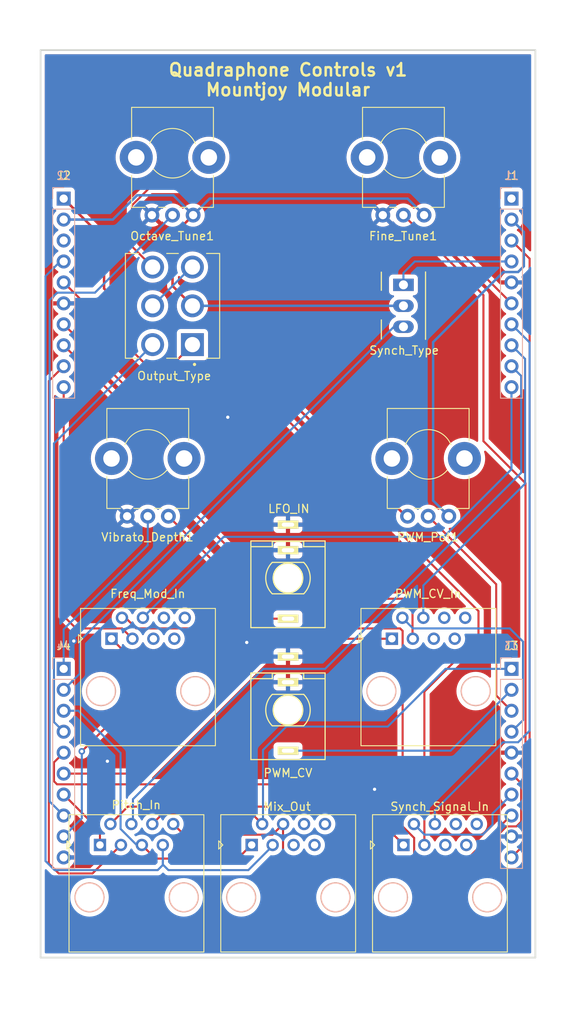
<source format=kicad_pcb>
(kicad_pcb (version 20211014) (generator pcbnew)
  (layers (0 "F.Cu" signal) (31 "B.Cu" signal) (34 "B.Paste" user) (35 "F.Paste" user) (36 "B.SilkS" user "B.Silkscreen") (37 "F.SilkS" user "F.Silkscreen") (38 "B.Mask" user) (39 "F.Mask" user) (44 "Edge.Cuts" user))
  (net 0 "")
  (net 1 "/PWM_CV4")
  (net 2 "/PWM_CV3")
  (net 3 "/PWM_CV2")
  (net 4 "/PWM_CV1")
  (net 5 "/MIX_OUT4")
  (net 6 "/MIX_OUT3")
  (net 7 "/MIX_OUT2")
  (net 8 "/MIX_OUT1")
  (net 9 "/SYNCH_SIGNAL4")
  (net 10 "/SYNCH_SIGNAL3")
  (net 11 "/SYNCH_SIGNAL2")
  (net 12 "/SYNCH_SIGNAL1")
  (net 13 "/FREQ_MOD4")
  (net 14 "/FREQ_MOD3")
  (net 15 "/FREQ_MOD2")
  (net 16 "/FREQ_MOD1")
  (net 17 "/V_PER_OCT4")
  (net 18 "/V_PER_OCT3")
  (net 19 "/V_PER_OCT2")
  (net 20 "/V_PER_OCT1")
  (net 21 "-5V")
  (net 22 "-12V")
  (net 23 "/HARD_SYNCH_SW")
  (net 24 "GND")
  (net 25 "/SAW_SW")
  (net 26 "+12V")
  (net 27 "+5V")
  (net 28 "+2V5")
  (net 29 "/PULSE_SW")
  (net 30 "/PWM_CV")
  (net 31 "/PWM_POT")
  (net 32 "/OCT_TUNE")
  (net 33 "/LIN_FREQ_IN")
  (net 34 "/SOFT_SYNCH_SW")
  (net 35 "/TRIANGLE_SW")
  (net 36 "/FINE_TUNE")
  (net 37 "/LFO_IN")
  (net 50 "Net-(SW2-Pad3)")
  (footprint "Custom_Footprints:RJ45_Molex_42878-8506" (layer "F.Cu") (at 97 121)
    (fp_text reference "J7" hide)
    (fp_text value "PWM_CV_In" (at 0 -10.1) (layer "F.SilkS"))
    (fp_line (start 8.2 -8.32) (end -8.15 -8.32) (layer "F.SilkS") (width 0.12))
    (fp_line (start -7.9 -4.65) (end -8.4 -5.15) (layer "F.SilkS") (width 0.12))
    (fp_line (start -8.4 -4.15) (end -7.9 -4.65) (layer "F.SilkS") (width 0.12))
    (fp_line (start 8.2 8.32) (end -8.15 8.32) (layer "F.SilkS") (width 0.12))
    (fp_line (start -8.15 -8.32) (end -8.15 8.32) (layer "F.SilkS") (width 0.12))
    (fp_line (start 8.2 -8.32) (end 8.2 8.32) (layer "F.SilkS") (width 0.12))
    (fp_line (start -8.4 -5.15) (end -8.4 -4.15) (layer "F.SilkS") (width 0.12))
    (pad "" np_thru_hole circle (at 5.76 1.7) (size 3.65 3.65) (drill 3.33) (layers F&B.Cu *.SilkS *.Mask))
    (pad "" np_thru_hole circle (at -5.67 1.7) (size 3.65 3.65) (drill 3.33) (layers F&B.Cu *.SilkS *.Mask))
    (pad "1" thru_hole rect (at -4.4 -4.65) (size 1.5 1.5) (drill 0.9) (layers *.Cu *.Mask) (net 1 "/PWM_CV4"))
    (pad "2" thru_hole circle (at -3.13 -7.19) (size 1.5 1.5) (drill 0.9) (layers *.Cu *.Mask) (net 2 "/PWM_CV3"))
    (pad "3" thru_hole circle (at -1.86 -4.65) (size 1.5 1.5) (drill 0.9) (layers *.Cu *.Mask) (net 3 "/PWM_CV2"))
    (pad "4" thru_hole circle (at -0.59 -7.19) (size 1.5 1.5) (drill 0.9) (layers *.Cu *.Mask) (net 4 "/PWM_CV1"))
    (pad "5" thru_hole circle (at 0.68 -4.65) (size 1.5 1.5) (drill 0.9) (layers *.Cu *.Mask))
    (pad "6" thru_hole circle (at 1.95 -7.19) (size 1.5 1.5) (drill 0.9) (layers *.Cu *.Mask))
    (pad "7" thru_hole circle (at 3.22 -4.65) (size 1.5 1.5) (drill 0.9) (layers *.Cu *.Mask))
    (pad "8" thru_hole circle (at 4.49 -7.19) (size 1.5 1.5) (drill 0.9) (layers *.Cu *.Mask))
  )
  (footprint "Custom_Footprints:Alpha_9mm_Potentiometer_Aligned" (layer "F.Cu") (at 94 57.5)
    (fp_text reference "Fine_Tune1" (at -0.04 10.04) (layer "F.SilkS"))
    (fp_text value "10k")
    (fp_line (start -4.961 6.56) (end -3.325 6.56) (layer "F.SilkS") (width 0.12))
    (fp_line (start 3.325 6.56) (end 4.96 6.56) (layer "F.SilkS") (width 0.12))
    (fp_line (start 4.96 6.56) (end 4.96 2.694) (layer "F.SilkS") (width 0.12))
    (fp_line (start -4.961 -5.56) (end 4.96 -5.56) (layer "F.SilkS") (width 0.12))
    (fp_line (start -4.961 -1.695) (end -4.961 -5.56) (layer "F.SilkS") (width 0.12))
    (fp_line (start -1.675 6.56) (end -0.825 6.56) (layer "F.SilkS") (width 0.12))
    (fp_line (start 4.96 -1.695) (end 4.96 -5.56) (layer "F.SilkS") (width 0.12))
    (fp_line (start 0.825 6.56) (end 1.675 6.56) (layer "F.SilkS") (width 0.12))
    (fp_line (start -4.961 6.56) (end -4.961 2.694) (layer "F.SilkS") (width 0.12))
    (fp_arc (start 2.297753 1.928295) (mid -0.000192 2.999665) (end -2.298 1.928) (layer "F.SilkS") (width 0.12))
    (fp_arc (start -2.762432 -1.171982) (mid -0.000553 -3.000762) (end 2.762 -1.173) (layer "F.SilkS") (width 0.12))
    (pad "" np_thru_hole circle locked (at -4.4 0.5 90) (size 4 4) (drill 2) (layers *.Cu *.Mask))
    (pad "" np_thru_hole circle locked (at 4.4 0.5 90) (size 4 4) (drill 2) (layers *.Cu *.Mask))
    (pad "1" thru_hole circle locked (at 2.5 7.5 90) (size 1.8 1.8) (drill 1) (layers *.Cu *.Mask) (net 27 "+5V"))
    (pad "2" thru_hole circle locked (at 0 7.5 90) (size 1.8 1.8) (drill 1) (layers *.Cu *.Mask) (net 36 "/FINE_TUNE"))
    (pad "3" thru_hole circle locked (at -2.5 7.5 90) (size 1.8 1.8) (drill 1) (layers *.Cu *.Mask) (net 24 "GND"))
  )
  (footprint "Custom_Footprints:RJ45_Molex_42878-8506" (layer "F.Cu") (at 63 121)
    (fp_text reference "J9" hide)
    (fp_text value "Freq_Mod_In" (at 0 -10.1) (layer "F.SilkS"))
    (fp_line (start -8.4 -5.15) (end -8.4 -4.15) (layer "F.SilkS") (width 0.12))
    (fp_line (start 8.2 -8.32) (end 8.2 8.32) (layer "F.SilkS") (width 0.12))
    (fp_line (start -8.15 -8.32) (end -8.15 8.32) (layer "F.SilkS") (width 0.12))
    (fp_line (start 8.2 -8.32) (end -8.15 -8.32) (layer "F.SilkS") (width 0.12))
    (fp_line (start -7.9 -4.65) (end -8.4 -5.15) (layer "F.SilkS") (width 0.12))
    (fp_line (start 8.2 8.32) (end -8.15 8.32) (layer "F.SilkS") (width 0.12))
    (fp_line (start -8.4 -4.15) (end -7.9 -4.65) (layer "F.SilkS") (width 0.12))
    (pad "" np_thru_hole circle (at -5.67 1.7) (size 3.65 3.65) (drill 3.33) (layers F&B.Cu *.SilkS *.Mask))
    (pad "" np_thru_hole circle (at 5.76 1.7) (size 3.65 3.65) (drill 3.33) (layers F&B.Cu *.SilkS *.Mask))
    (pad "1" thru_hole rect (at -4.4 -4.65) (size 1.5 1.5) (drill 0.9) (layers *.Cu *.Mask) (net 13 "/FREQ_MOD4"))
    (pad "2" thru_hole circle (at -3.13 -7.19) (size 1.5 1.5) (drill 0.9) (layers *.Cu *.Mask) (net 14 "/FREQ_MOD3"))
    (pad "3" thru_hole circle (at -1.86 -4.65) (size 1.5 1.5) (drill 0.9) (layers *.Cu *.Mask) (net 15 "/FREQ_MOD2"))
    (pad "4" thru_hole circle (at -0.59 -7.19) (size 1.5 1.5) (drill 0.9) (layers *.Cu *.Mask) (net 16 "/FREQ_MOD1"))
    (pad "5" thru_hole circle (at 0.68 -4.65) (size 1.5 1.5) (drill 0.9) (layers *.Cu *.Mask))
    (pad "6" thru_hole circle (at 1.95 -7.19) (size 1.5 1.5) (drill 0.9) (layers *.Cu *.Mask))
    (pad "7" thru_hole circle (at 3.22 -4.65) (size 1.5 1.5) (drill 0.9) (layers *.Cu *.Mask))
    (pad "8" thru_hole circle (at 4.49 -7.19) (size 1.5 1.5) (drill 0.9) (layers *.Cu *.Mask))
  )
  (footprint "Custom_Footprints:Alpha_9mm_Potentiometer_Aligned" (layer "F.Cu") (at 66 57.5)
    (fp_text reference "Octave_Tune1" (at -0.04 10.04) (layer "F.SilkS"))
    (fp_text value "10k")
    (fp_line (start 4.96 6.56) (end 4.96 2.694) (layer "F.SilkS") (width 0.12))
    (fp_line (start 3.325 6.56) (end 4.96 6.56) (layer "F.SilkS") (width 0.12))
    (fp_line (start -1.675 6.56) (end -0.825 6.56) (layer "F.SilkS") (width 0.12))
    (fp_line (start -4.961 -1.695) (end -4.961 -5.56) (layer "F.SilkS") (width 0.12))
    (fp_line (start -4.961 6.56) (end -4.961 2.694) (layer "F.SilkS") (width 0.12))
    (fp_line (start -4.961 6.56) (end -3.325 6.56) (layer "F.SilkS") (width 0.12))
    (fp_line (start -4.961 -5.56) (end 4.96 -5.56) (layer "F.SilkS") (width 0.12))
    (fp_line (start 4.96 -1.695) (end 4.96 -5.56) (layer "F.SilkS") (width 0.12))
    (fp_line (start 0.825 6.56) (end 1.675 6.56) (layer "F.SilkS") (width 0.12))
    (fp_arc (start -2.762432 -1.171982) (mid -0.000553 -3.000762) (end 2.762 -1.173) (layer "F.SilkS") (width 0.12))
    (fp_arc (start 2.297753 1.928295) (mid -0.000192 2.999665) (end -2.298 1.928) (layer "F.SilkS") (width 0.12))
    (pad "" np_thru_hole circle locked (at -4.4 0.5 90) (size 4 4) (drill 2) (layers *.Cu *.Mask))
    (pad "" np_thru_hole circle locked (at 4.4 0.5 90) (size 4 4) (drill 2) (layers *.Cu *.Mask))
    (pad "1" thru_hole circle locked (at 2.5 7.5 90) (size 1.8 1.8) (drill 1) (layers *.Cu *.Mask) (net 27 "+5V"))
    (pad "2" thru_hole circle locked (at 0 7.5 90) (size 1.8 1.8) (drill 1) (layers *.Cu *.Mask) (net 32 "/OCT_TUNE"))
    (pad "3" thru_hole circle locked (at -2.5 7.5 90) (size 1.8 1.8) (drill 1) (layers *.Cu *.Mask) (net 24 "GND"))
  )
  (footprint "Custom_Footprints:RJ45_Molex_42878-8506" (layer "F.Cu") (at 98.4 146)
    (fp_text reference "J8" hide)
    (fp_text value "Synch_Signal_In" (at 0 -9.3) (layer "F.SilkS"))
    (fp_line (start -7.9 -4.65) (end -8.4 -5.15) (layer "F.SilkS") (width 0.12))
    (fp_line (start 8.2 8.32) (end -8.15 8.32) (layer "F.SilkS") (width 0.12))
    (fp_line (start 8.2 -8.32) (end -8.15 -8.32) (layer "F.SilkS") (width 0.12))
    (fp_line (start -8.4 -4.15) (end -7.9 -4.65) (layer "F.SilkS") (width 0.12))
    (fp_line (start -8.15 -8.32) (end -8.15 8.32) (layer "F.SilkS") (width 0.12))
    (fp_line (start -8.4 -5.15) (end -8.4 -4.15) (layer "F.SilkS") (width 0.12))
    (fp_line (start 8.2 -8.32) (end 8.2 8.32) (layer "F.SilkS") (width 0.12))
    (pad "" np_thru_hole circle (at -5.67 1.7) (size 3.65 3.65) (drill 3.33) (layers F&B.Cu *.SilkS *.Mask))
    (pad "" np_thru_hole circle (at 5.76 1.7) (size 3.65 3.65) (drill 3.33) (layers F&B.Cu *.SilkS *.Mask))
    (pad "1" thru_hole rect (at -4.4 -4.65) (size 1.5 1.5) (drill 0.9) (layers *.Cu *.Mask) (net 9 "/SYNCH_SIGNAL4"))
    (pad "2" thru_hole circle (at -3.13 -7.19) (size 1.5 1.5) (drill 0.9) (layers *.Cu *.Mask) (net 10 "/SYNCH_SIGNAL3"))
    (pad "3" thru_hole circle (at -1.86 -4.65) (size 1.5 1.5) (drill 0.9) (layers *.Cu *.Mask) (net 11 "/SYNCH_SIGNAL2"))
    (pad "4" thru_hole circle (at -0.59 -7.19) (size 1.5 1.5) (drill 0.9) (layers *.Cu *.Mask) (net 12 "/SYNCH_SIGNAL1"))
    (pad "5" thru_hole circle (at 0.68 -4.65) (size 1.5 1.5) (drill 0.9) (layers *.Cu *.Mask))
    (pad "6" thru_hole circle (at 1.95 -7.19) (size 1.5 1.5) (drill 0.9) (layers *.Cu *.Mask))
    (pad "7" thru_hole circle (at 3.22 -4.65) (size 1.5 1.5) (drill 0.9) (layers *.Cu *.Mask))
    (pad "8" thru_hole circle (at 4.49 -7.19) (size 1.5 1.5) (drill 0.9) (layers *.Cu *.Mask))
  )
  (footprint "Custom_Footprints:SPDTSubMiniature" (layer "F.Cu") (at 94 73.4539 -90)
    (fp_text reference "SW1" hide)
    (fp_text value "Synch_Type" (at 7.9461 -0.084 180) (layer "F.SilkS"))
    (fp_line (start -1.5634 -2.681) (end 6.604 -2.681) (layer "F.SilkS") (width 0.15))
    (fp_line (start -1.538 2.681) (end 0.662 2.681) (layer "F.SilkS") (width 0.15))
    (fp_line (start 4.254 2.681) (end 6.554 2.681) (layer "F.SilkS") (width 0.15))
    (pad "1" thru_hole rect locked (at 0 0 270) (size 1.5 2.5) (drill 1.0922) (layers *.Cu *.Mask) (net 23 "/HARD_SYNCH_SW"))
    (pad "2" thru_hole oval locked (at 2.54 0 270) (size 1.5 2.5) (drill 1.0922) (layers *.Cu *.Mask) (net 27 "+5V"))
    (pad "3" thru_hole oval locked (at 5.08 0 270) (size 1.5 2.5) (drill 1.0922) (layers *.Cu *.Mask) (net 34 "/SOFT_SYNCH_SW"))
  )
  (footprint "Custom_Footprints:Alpha_9mm_Potentiometer_Aligned" (layer "F.Cu") (at 63 94)
    (fp_text reference "Vibrato_Depth1" (at -0.04 10.04) (layer "F.SilkS"))
    (fp_text value "10k")
    (fp_line (start 0.825 6.56) (end 1.675 6.56) (layer "F.SilkS") (width 0.12))
    (fp_line (start -4.961 6.56) (end -3.325 6.56) (layer "F.SilkS") (width 0.12))
    (fp_line (start -4.961 -5.56) (end 4.96 -5.56) (layer "F.SilkS") (width 0.12))
    (fp_line (start -1.675 6.56) (end -0.825 6.56) (layer "F.SilkS") (width 0.12))
    (fp_line (start 4.96 -1.695) (end 4.96 -5.56) (layer "F.SilkS") (width 0.12))
    (fp_line (start 3.325 6.56) (end 4.96 6.56) (layer "F.SilkS") (width 0.12))
    (fp_line (start -4.961 -1.695) (end -4.961 -5.56) (layer "F.SilkS") (width 0.12))
    (fp_line (start -4.961 6.56) (end -4.961 2.694) (layer "F.SilkS") (width 0.12))
    (fp_line (start 4.96 6.56) (end 4.96 2.694) (layer "F.SilkS") (width 0.12))
    (fp_arc (start -2.762432 -1.171982) (mid -0.000553 -3.000762) (end 2.762 -1.173) (layer "F.SilkS") (width 0.12))
    (fp_arc (start 2.297753 1.928295) (mid -0.000192 2.999665) (end -2.298 1.928) (layer "F.SilkS") (width 0.12))
    (pad "" np_thru_hole circle locked (at -4.4 0.5 90) (size 4 4) (drill 2) (layers *.Cu *.Mask))
    (pad "" np_thru_hole circle locked (at 4.4 0.5 90) (size 4 4) (drill 2) (layers *.Cu *.Mask))
    (pad "1" thru_hole circle locked (at 2.5 7.5 90) (size 1.8 1.8) (drill 1) (layers *.Cu *.Mask) (net 37 "/LFO_IN"))
    (pad "2" thru_hole circle locked (at 0 7.5 90) (size 1.8 1.8) (drill 1) (layers *.Cu *.Mask) (net 33 "/LIN_FREQ_IN"))
    (pad "3" thru_hole circle locked (at -2.5 7.5 90) (size 1.8 1.8) (drill 1) (layers *.Cu *.Mask) (net 24 "GND"))
  )
  (footprint "Custom_Footprints:RJ45_Molex_42878-8506" (layer "F.Cu") (at 61.6 146)
    (fp_text reference "J10" hide)
    (fp_text value "Pitch_In" (at 0 -9.5) (layer "F.SilkS"))
    (fp_line (start -8.4 -4.15) (end -7.9 -4.65) (layer "F.SilkS") (width 0.12))
    (fp_line (start -7.9 -4.65) (end -8.4 -5.15) (layer "F.SilkS") (width 0.12))
    (fp_line (start 8.2 8.32) (end -8.15 8.32) (layer "F.SilkS") (width 0.12))
    (fp_line (start 8.2 -8.32) (end -8.15 -8.32) (layer "F.SilkS") (width 0.12))
    (fp_line (start -8.15 -8.32) (end -8.15 8.32) (layer "F.SilkS") (width 0.12))
    (fp_line (start 8.2 -8.32) (end 8.2 8.32) (layer "F.SilkS") (width 0.12))
    (fp_line (start -8.4 -5.15) (end -8.4 -4.15) (layer "F.SilkS") (width 0.12))
    (pad "" np_thru_hole circle (at 5.76 1.7) (size 3.65 3.65) (drill 3.33) (layers F&B.Cu *.SilkS *.Mask))
    (pad "" np_thru_hole circle (at -5.67 1.7) (size 3.65 3.65) (drill 3.33) (layers F&B.Cu *.SilkS *.Mask))
    (pad "1" thru_hole rect (at -4.4 -4.65) (size 1.5 1.5) (drill 0.9) (layers *.Cu *.Mask) (net 17 "/V_PER_OCT4"))
    (pad "2" thru_hole circle (at -3.13 -7.19) (size 1.5 1.5) (drill 0.9) (layers *.Cu *.Mask) (net 18 "/V_PER_OCT3"))
    (pad "3" thru_hole circle (at -1.86 -4.65) (size 1.5 1.5) (drill 0.9) (layers *.Cu *.Mask) (net 19 "/V_PER_OCT2"))
    (pad "4" thru_hole circle (at -0.59 -7.19) (size 1.5 1.5) (drill 0.9) (layers *.Cu *.Mask) (net 20 "/V_PER_OCT1"))
    (pad "5" thru_hole circle (at 0.68 -4.65) (size 1.5 1.5) (drill 0.9) (layers *.Cu *.Mask) (net 5 "/MIX_OUT4"))
    (pad "6" thru_hole circle (at 1.95 -7.19) (size 1.5 1.5) (drill 0.9) (layers *.Cu *.Mask) (net 6 "/MIX_OUT3"))
    (pad "7" thru_hole circle (at 3.22 -4.65) (size 1.5 1.5) (drill 0.9) (layers *.Cu *.Mask) (net 7 "/MIX_OUT2"))
    (pad "8" thru_hole circle (at 4.49 -7.19) (size 1.5 1.5) (drill 0.9) (layers *.Cu *.Mask) (net 8 "/MIX_OUT1"))
  )
  (footprint "Custom_Footprints:SW_100DP3T1B1M2QEH" (layer "F.Cu") (at 66 76 90)
    (fp_text reference "SW2" hide)
    (fp_text value "Output_Type" (at -8.5 0.2 180) (layer "F.SilkS"))
    (fp_line (start 6.35 -0.7075) (end 6.35 0.7075) (layer "F.SilkS") (width 0.127))
    (fp_line (start -6.35 -5.715) (end 6.35 -5.715) (layer "F.SilkS") (width 0.127))
    (fp_line (start -6.35 -0.7075) (end -6.35 0.7075) (layer "F.SilkS") (width 0.127))
    (fp_line (start 6.35 -5.715) (end 6.35 -4.1225) (layer "F.SilkS") (width 0.127))
    (fp_line (start -6.35 -4.1225) (end -6.35 -5.715) (layer "F.SilkS") (width 0.127))
    (fp_line (start -6.35 5.715) (end -6.35 4.1225) (layer "F.SilkS") (width 0.127))
    (fp_line (start 6.35 5.715) (end -6.35 5.715) (layer "F.SilkS") (width 0.127))
    (fp_line (start 6.35 5.715) (end 6.35 4.1225) (layer "F.SilkS") (width 0.127))
    (fp_circle (center -7.1 2.665) (end -7 2.665) (layer "F.SilkS") (width 0.2) (fill none))
    (pad "1" thru_hole rect (at -4.7 2.415 90) (size 2.775 2.775) (drill 1.85) (layers *.Cu *.Mask) (net 29 "/PULSE_SW"))
    (pad "2" thru_hole circle (at 0 2.415 90) (size 2.775 2.775) (drill 1.85) (layers *.Cu *.Mask) (net 27 "+5V"))
    (pad "3" thru_hole circle (at 4.7 2.415 90) (size 2.775 2.775) (drill 1.85) (layers *.Cu *.Mask) (net 50 "Net-(SW2-Pad3)"))
    (pad "4" thru_hole circle (at -4.7 -2.415 90) (size 2.775 2.775) (drill 1.85) (layers *.Cu *.Mask) (net 35 "/TRIANGLE_SW"))
    (pad "5" thru_hole circle (at 0 -2.415 90) (size 2.775 2.775) (drill 1.85) (layers *.Cu *.Mask) (net 50 "Net-(SW2-Pad3)"))
    (pad "6" thru_hole circle (at 4.7 -2.415 90) (size 2.775 2.775) (drill 1.85) (layers *.Cu *.Mask) (net 25 "/SAW_SW"))
  )
  (footprint "Custom_Footprints:RJ45_Molex_42878-8506" (layer "F.Cu") (at 80 146)
    (fp_text reference "J11" hide)
    (fp_text value "Mix_Out" (at -0.1 -9.3) (layer "F.SilkS"))
    (fp_line (start -8.15 -8.32) (end -8.15 8.32) (layer "F.SilkS") (width 0.12))
    (fp_line (start 8.2 -8.32) (end -8.15 -8.32) (layer "F.SilkS") (width 0.12))
    (fp_line (start 8.2 8.32) (end -8.15 8.32) (layer "F.SilkS") (width 0.12))
    (fp_line (start -8.4 -4.15) (end -7.9 -4.65) (layer "F.SilkS") (width 0.12))
    (fp_line (start -7.9 -4.65) (end -8.4 -5.15) (layer "F.SilkS") (width 0.12))
    (fp_line (start -8.4 -5.15) (end -8.4 -4.15) (layer "F.SilkS") (width 0.12))
    (fp_line (start 8.2 -8.32) (end 8.2 8.32) (layer "F.SilkS") (width 0.12))
    (pad "" np_thru_hole circle (at 5.76 1.7) (size 3.65 3.65) (drill 3.33) (layers F&B.Cu *.SilkS *.Mask))
    (pad "" np_thru_hole circle (at -5.67 1.7) (size 3.65 3.65) (drill 3.33) (layers F&B.Cu *.SilkS *.Mask))
    (pad "1" thru_hole rect (at -4.4 -4.65) (size 1.5 1.5) (drill 0.9) (layers *.Cu *.Mask) (net 5 "/MIX_OUT4"))
    (pad "2" thru_hole circle (at -3.13 -7.19) (size 1.5 1.5) (drill 0.9) (layers *.Cu *.Mask) (net 6 "/MIX_OUT3"))
    (pad "3" thru_hole circle (at -1.86 -4.65) (size 1.5 1.5) (drill 0.9) (layers *.Cu *.Mask) (net 7 "/MIX_OUT2"))
    (pad "4" thru_hole circle (at -0.59 -7.19) (size 1.5 1.5) (drill 0.9) (layers *.Cu *.Mask) (net 8 "/MIX_OUT1"))
    (pad "5" thru_hole circle (at 0.68 -4.65) (size 1.5 1.5) (drill 0.9) (layers *.Cu *.Mask))
    (pad "6" thru_hole circle (at 1.95 -7.19) (size 1.5 1.5) (drill 0.9) (layers *.Cu *.Mask))
    (pad "7" thru_hole circle (at 3.22 -4.65) (size 1.5 1.5) (drill 0.9) (layers *.Cu *.Mask))
    (pad "8" thru_hole circle (at 4.49 -7.19) (size 1.5 1.5) (drill 0.9) (layers *.Cu *.Mask))
  )
  (footprint "Custom_Footprints:THONKICONN_hole" (layer "F.Cu") (at 80 109 180)
    (fp_text reference "J6" hide)
    (fp_text value "LFO_IN" (at -0.1 8.4) (layer "F.SilkS"))
    (fp_line (start 4.5 -6) (end 4.5 4.5) (layer "F.SilkS") (width 0.15))
    (fp_line (start -4.5 4.5) (end 4.5 4.5) (layer "F.SilkS") (width 0.15))
    (fp_line (start 1.905 4.445) (end 1.905 3.81) (layer "F.SilkS") (width 0.15))
    (fp_line (start -4.5 -6) (end 4.5 -6) (layer "F.SilkS") (width 0.15))
    (fp_line (start -4.5 -6) (end -4.5 4.5) (layer "F.SilkS") (width 0.15))
    (fp_line (start 1.905 3.81) (end 4.445 3.81) (layer "F.SilkS") (width 0.15))
    (fp_line (start -1.905 3.81) (end -1.905 4.445) (layer "F.SilkS") (width 0.15))
    (fp_line (start -4.445 3.81) (end -1.905 3.81) (layer "F.SilkS") (width 0.15))
    (fp_line (start 1.905 1.905) (end -1.905 1.905) (layer "F.SilkS") (width 0.15))
    (fp_line (start -1.905 -1.905) (end 1.905 -1.905) (layer "F.SilkS") (width 0.15))
    (fp_line (start -1.905 4.445) (end 1.905 4.445) (layer "F.SilkS") (width 0.15))
    (fp_arc (start -1.905 1.905) (mid -2.694077 0) (end -1.905 -1.905) (layer "F.SilkS") (width 0.15))
    (fp_arc (start 1.905 -1.905) (mid 2.694077 0) (end 1.905 1.905) (layer "F.SilkS") (width 0.15))
    (fp_circle (center 0 0) (end 1.27 1.27) (layer "F.SilkS") (width 0.15) (fill none))
    (pad "" np_thru_hole circle (at 0 0 180) (size 2.5 2.5) (drill 2.5) (layers *.Cu *.Mask))
    (pad "1" thru_hole rect (at 0 6.48 180) (size 2.5 1) (drill oval 1.5 0.5) (layers *.Cu *.Mask "F.SilkS") (net 24 "GND"))
    (pad "2" thru_hole rect (at 0 3.38 180) (size 2.5 1) (drill oval 1.5 0.5) (layers *.Cu *.Mask "F.SilkS") (net 24 "GND"))
    (pad "3" thru_hole rect (at 0 -4.92 180) (size 2.5 1) (drill oval 1.5 0.5) (layers *.Cu *.Mask "F.SilkS") (net 37 "/LFO_IN"))
  )
  (footprint "Custom_Footprints:Alpha_9mm_Potentiometer_Aligned" (layer "F.Cu") (at 97 94)
    (fp_text reference "PWM_Pot1" (at -0.04 10.04) (layer "F.SilkS"))
    (fp_text value "10k")
    (fp_line (start -1.675 6.56) (end -0.825 6.56) (layer "F.SilkS") (width 0.12))
    (fp_line (start -4.961 6.56) (end -3.325 6.56) (layer "F.SilkS") (width 0.12))
    (fp_line (start -4.961 6.56) (end -4.961 2.694) (layer "F.SilkS") (width 0.12))
    (fp_line (start -4.961 -1.695) (end -4.961 -5.56) (layer "F.SilkS") (width 0.12))
    (fp_line (start 4.96 6.56) (end 4.96 2.694) (layer "F.SilkS") (width 0.12))
    (fp_line (start 3.325 6.56) (end 4.96 6.56) (layer "F.SilkS") (width 0.12))
    (fp_line (start 0.825 6.56) (end 1.675 6.56) (layer "F.SilkS") (width 0.12))
    (fp_line (start -4.961 -5.56) (end 4.96 -5.56) (layer "F.SilkS") (width 0.12))
    (fp_line (start 4.96 -1.695) (end 4.96 -5.56) (layer "F.SilkS") (width 0.12))
    (fp_arc (start -2.762432 -1.171982) (mid -0.000553 -3.000762) (end 2.762 -1.173) (layer "F.SilkS") (width 0.12))
    (fp_arc (start 2.297753 1.928295) (mid -0.000192 2.999665) (end -2.298 1.928) (layer "F.SilkS") (width 0.12))
    (pad "" np_thru_hole circle locked (at 4.4 0.5 90) (size 4 4) (drill 2) (layers *.Cu *.Mask))
    (pad "" np_thru_hole circle locked (at -4.4 0.5 90) (size 4 4) (drill 2) (layers *.Cu *.Mask))
    (pad "1" thru_hole circle locked (at 2.5 7.5 90) (size 1.8 1.8) (drill 1) (layers *.Cu *.Mask) (net 22 "-12V"))
    (pad "2" thru_hole circle locked (at 0 7.5 90) (size 1.8 1.8) (drill 1) (layers *.Cu *.Mask) (net 31 "/PWM_POT"))
    (pad "3" thru_hole circle locked (at -2.5 7.5 90) (size 1.8 1.8) (drill 1) (layers *.Cu *.Mask) (net 26 "+12V"))
  )
  (footprint "Custom_Footprints:THONKICONN_hole" (layer "F.Cu") (at 80 125 180)
    (fp_text reference "J5" hide)
    (fp_text value "PWM_CV" (at 0 -7.62) (layer "F.SilkS"))
    (fp_line (start -1.905 3.81) (end -1.905 4.445) (layer "F.SilkS") (width 0.15))
    (fp_line (start -4.5 4.5) (end 4.5 4.5) (layer "F.SilkS") (width 0.15))
    (fp_line (start -1.905 4.445) (end 1.905 4.445) (layer "F.SilkS") (width 0.15))
    (fp_line (start -1.905 -1.905) (end 1.905 -1.905) (layer "F.SilkS") (width 0.15))
    (fp_line (start 1.905 3.81) (end 4.445 3.81) (layer "F.SilkS") (width 0.15))
    (fp_line (start 1.905 4.445) (end 1.905 3.81) (layer "F.SilkS") (width 0.15))
    (fp_line (start 1.905 1.905) (end -1.905 1.905) (layer "F.SilkS") (width 0.15))
    (fp_line (start -4.445 3.81) (end -1.905 3.81) (layer "F.SilkS") (width 0.15))
    (fp_line (start -4.5 -6) (end 4.5 -6) (layer "F.SilkS") (width 0.15))
    (fp_line (start 4.5 -6) (end 4.5 4.5) (layer "F.SilkS") (width 0.15))
    (fp_line (start -4.5 -6) (end -4.5 4.5) (layer "F.SilkS") (width 0.15))
    (fp_arc (start 1.905 -1.905) (mid 2.694077 0) (end 1.905 1.905) (layer "F.SilkS") (width 0.15))
    (fp_arc (start -1.905 1.905) (mid -2.694077 0) (end -1.905 -1.905) (layer "F.SilkS") (width 0.15))
    (fp_circle (center 0 0) (end 1.27 1.27) (layer "F.SilkS") (width 0.15) (fill none))
    (pad "" np_thru_hole circle (at 0 0 180) (size 2.5 2.5) (drill 2.5) (layers *.Cu *.Mask))
    (pad "1" thru_hole rect (at 0 6.48 180) (size 2.5 1) (drill oval 1.5 0.5) (layers *.Cu *.Mask "F.SilkS") (net 24 "GND"))
    (pad "2" thru_hole rect (at 0 3.38 180) (size 2.5 1) (drill oval 1.5 0.5) (layers *.Cu *.Mask "F.SilkS") (net 24 "GND"))
    (pad "3" thru_hole rect (at 0 -4.92 180) (size 2.5 1) (drill oval 1.5 0.5) (layers *.Cu *.Mask "F.SilkS") (net 30 "/PWM_CV"))
  )
  (footprint "Connector_PinSocket_2.54mm:PinSocket_1x10_P2.54mm_Vertical" (layer "B.Cu") (at 107.1 120 180)
    (fp_text reference "J3" (at 0 2.77) (layer "B.SilkS") (effects (justify mirror)))
    (fp_text value "Conn_01x10_Female")
    (fp_line (start 1.33 1.33) (end 1.33 0) (layer "B.SilkS") (width 0.12))
    (fp_line (start 0 1.33) (end 1.33 1.33) (layer "B.SilkS") (width 0.12))
    (fp_line (start -1.33 -1.27) (end -1.33 -24.19) (layer "B.SilkS") (width 0.12))
    (fp_line (start 1.33 -1.27) (end 1.33 -24.19) (layer "B.SilkS") (width 0.12))
    (fp_line (start -1.33 -24.19) (end 1.33 -24.19) (layer "B.SilkS") (width 0.12))
    (fp_line (start -1.33 -1.27) (end 1.33 -1.27) (layer "B.SilkS") (width 0.12))
    (pad "1" thru_hole rect (at 0 0 180) (size 1.7 1.7) (drill 1) (layers *.Cu *.Mask) (net 6 "/MIX_OUT3"))
    (pad "2" thru_hole oval (at 0 -2.54 180) (size 1.7 1.7) (drill 1) (layers *.Cu *.Mask) (net 30 "/PWM_CV"))
    (pad "3" thru_hole oval (at 0 -5.08 180) (size 1.7 1.7) (drill 1) (layers *.Cu *.Mask) (net 31 "/PWM_POT"))
    (pad "4" thru_hole oval (at 0 -7.62 180) (size 1.7 1.7) (drill 1) (layers *.Cu *.Mask) (net 2 "/PWM_CV3"))
    (pad "5" thru_hole oval (at 0 -10.16 180) (size 1.7 1.7) (drill 1) (layers *.Cu *.Mask) (net 24 "GND"))
    (pad "6" thru_hole oval (at 0 -12.7 180) (size 1.7 1.7) (drill 1) (layers *.Cu *.Mask) (net 18 "/V_PER_OCT3"))
    (pad "7" thru_hole oval (at 0 -15.24 180) (size 1.7 1.7) (drill 1) (layers *.Cu *.Mask) (net 10 "/SYNCH_SIGNAL3"))
    (pad "8" thru_hole oval (at 0 -17.78 180) (size 1.7 1.7) (drill 1) (layers *.Cu *.Mask) (net 14 "/FREQ_MOD3"))
    (pad "9" thru_hole oval (at 0 -20.32 180) (size 1.7 1.7) (drill 1) (layers *.Cu *.Mask) (net 24 "GND"))
    (pad "10" thru_hole oval (at 0 -22.86 180) (size 1.7 1.7) (drill 1) (layers *.Cu *.Mask) (net 36 "/FINE_TUNE"))
  )
  (footprint "Connector_PinSocket_2.54mm:PinSocket_1x10_P2.54mm_Vertical" (layer "B.Cu") (at 52.8 120 180)
    (fp_text reference "J4" (at 0 2.77) (layer "B.SilkS") (effects (justify mirror)))
    (fp_text value "Conn_01x10_Female")
    (fp_line (start -1.33 -1.27) (end -1.33 -24.19) (layer "B.SilkS") (width 0.12))
    (fp_line (start 1.33 1.33) (end 1.33 0) (layer "B.SilkS") (width 0.12))
    (fp_line (start -1.33 -24.19) (end 1.33 -24.19) (layer "B.SilkS") (width 0.12))
    (fp_line (start 1.33 -1.27) (end 1.33 -24.19) (layer "B.SilkS") (width 0.12))
    (fp_line (start 0 1.33) (end 1.33 1.33) (layer "B.SilkS") (width 0.12))
    (fp_line (start -1.33 -1.27) (end 1.33 -1.27) (layer "B.SilkS") (width 0.12))
    (pad "1" thru_hole rect (at 0 0 180) (size 1.7 1.7) (drill 1) (layers *.Cu *.Mask) (net 33 "/LIN_FREQ_IN"))
    (pad "2" thru_hole oval (at 0 -2.54 180) (size 1.7 1.7) (drill 1) (layers *.Cu *.Mask) (net 34 "/SOFT_SYNCH_SW"))
    (pad "3" thru_hole oval (at 0 -5.08 180) (size 1.7 1.7) (drill 1) (layers *.Cu *.Mask) (net 5 "/MIX_OUT4"))
    (pad "4" thru_hole oval (at 0 -7.62 180) (size 1.7 1.7) (drill 1) (layers *.Cu *.Mask) (net 35 "/TRIANGLE_SW"))
    (pad "5" thru_hole oval (at 0 -10.16 180) (size 1.7 1.7) (drill 1) (layers *.Cu *.Mask) (net 9 "/SYNCH_SIGNAL4"))
    (pad "6" thru_hole oval (at 0 -12.7 180) (size 1.7 1.7) (drill 1) (layers *.Cu *.Mask) (net 1 "/PWM_CV4"))
    (pad "7" thru_hole oval (at 0 -15.24 180) (size 1.7 1.7) (drill 1) (layers *.Cu *.Mask) (net 17 "/V_PER_OCT4"))
    (pad "8" thru_hole oval (at 0 -17.78 180) (size 1.7 1.7) (drill 1) (layers *.Cu *.Mask) (net 32 "/OCT_TUNE"))
    (pad "9" thru_hole oval (at 0 -20.32 180) (size 1.7 1.7) (drill 1) (layers *.Cu *.Mask) (net 13 "/FREQ_MOD4"))
    (pad "10" thru_hole oval (at 0 -22.86 180) (size 1.7 1.7) (drill 1) (layers *.Cu *.Mask) (net 24 "GND"))
  )
  (footprint "Connector_PinSocket_2.54mm:PinSocket_1x10_P2.54mm_Vertical" (layer "B.Cu") (at 107.1 63 180)
    (fp_text reference "J1" (at 0 2.77) (layer "B.SilkS") (effects (justify mirror)))
    (fp_text value "Conn_01x10_Female")
    (fp_line (start -1.33 -24.19) (end 1.33 -24.19) (layer "B.SilkS") (width 0.12))
    (fp_line (start 1.33 -1.27) (end 1.33 -24.19) (layer "B.SilkS") (width 0.12))
    (fp_line (start -1.33 -1.27) (end -1.33 -24.19) (layer "B.SilkS") (width 0.12))
    (fp_line (start -1.33 -1.27) (end 1.33 -1.27) (layer "B.SilkS") (width 0.12))
    (fp_line (start 0 1.33) (end 1.33 1.33) (layer "B.SilkS") (width 0.12))
    (fp_line (start 1.33 1.33) (end 1.33 0) (layer "B.SilkS") (width 0.12))
    (pad "1" thru_hole rect (at 0 0 180) (size 1.7 1.7) (drill 1) (layers *.Cu *.Mask) (net 21 "-5V"))
    (pad "2" thru_hole oval (at 0 -2.54 180) (size 1.7 1.7) (drill 1) (layers *.Cu *.Mask) (net 22 "-12V"))
    (pad "3" thru_hole oval (at 0 -5.08 180) (size 1.7 1.7) (drill 1) (layers *.Cu *.Mask) (net 8 "/MIX_OUT1"))
    (pad "4" thru_hole oval (at 0 -7.62 180) (size 1.7 1.7) (drill 1) (layers *.Cu *.Mask) (net 23 "/HARD_SYNCH_SW"))
    (pad "5" thru_hole oval (at 0 -10.16 180) (size 1.7 1.7) (drill 1) (layers *.Cu *.Mask) (net 24 "GND"))
    (pad "6" thru_hole oval (at 0 -12.7 180) (size 1.7 1.7) (drill 1) (layers *.Cu *.Mask) (net 25 "/SAW_SW"))
    (pad "7" thru_hole oval (at 0 -15.24 180) (size 1.7 1.7) (drill 1) (layers *.Cu *.Mask) (net 12 "/SYNCH_SIGNAL1"))
    (pad "8" thru_hole oval (at 0 -17.78 180) (size 1.7 1.7) (drill 1) (layers *.Cu *.Mask) (net 4 "/PWM_CV1"))
    (pad "9" thru_hole oval (at 0 -20.32 180) (size 1.7 1.7) (drill 1) (layers *.Cu *.Mask) (net 20 "/V_PER_OCT1"))
    (pad "10" thru_hole oval (at 0 -22.86 180) (size 1.7 1.7) (drill 1) (layers *.Cu *.Mask) (net 16 "/FREQ_MOD1"))
  )
  (footprint "Connector_PinSocket_2.54mm:PinSocket_1x10_P2.54mm_Vertical" (layer "B.Cu") (at 52.8 63 180)
    (fp_text reference "J2" (at 0 2.77) (layer "B.SilkS") (effects (justify mirror)))
    (fp_text value "Conn_01x10_Female")
    (fp_line (start -1.33 -1.27) (end -1.33 -24.19) (layer "B.SilkS") (width 0.12))
    (fp_line (start 0 1.33) (end 1.33 1.33) (layer "B.SilkS") (width 0.12))
    (fp_line (start 1.33 -1.27) (end 1.33 -24.19) (layer "B.SilkS") (width 0.12))
    (fp_line (start -1.33 -1.27) (end 1.33 -1.27) (layer "B.SilkS") (width 0.12))
    (fp_line (start 1.33 1.33) (end 1.33 0) (layer "B.SilkS") (width 0.12))
    (fp_line (start -1.33 -24.19) (end 1.33 -24.19) (layer "B.SilkS") (width 0.12))
    (pad "1" thru_hole rect (at 0 0 180) (size 1.7 1.7) (drill 1) (layers *.Cu *.Mask) (net 26 "+12V"))
    (pad "2" thru_hole oval (at 0 -2.54 180) (size 1.7 1.7) (drill 1) (layers *.Cu *.Mask) (net 27 "+5V"))
    (pad "3" thru_hole oval (at 0 -5.08 180) (size 1.7 1.7) (drill 1) (layers *.Cu *.Mask) (net 28 "+2V5"))
    (pad "4" thru_hole oval (at 0 -7.62 180) (size 1.7 1.7) (drill 1) (layers *.Cu *.Mask) (net 7 "/MIX_OUT2"))
    (pad "5" thru_hole oval (at 0 -10.16 180) (size 1.7 1.7) (drill 1) (layers *.Cu *.Mask) (net 29 "/PULSE_SW"))
    (pad "6" thru_hole oval (at 0 -12.7 180) (size 1.7 1.7) (drill 1) (layers *.Cu *.Mask) (net 24 "GND"))
    (pad "7" thru_hole oval (at 0 -15.24 180) (size 1.7 1.7) (drill 1) (layers *.Cu *.Mask) (net 11 "/SYNCH_SIGNAL2"))
    (pad "8" thru_hole oval (at 0 -17.78 180) (size 1.7 1.7) (drill 1) (layers *.Cu *.Mask) (net 3 "/PWM_CV2"))
    (pad "9" thru_hole oval (at 0 -20.32 180) (size 1.7 1.7) (drill 1) (layers *.Cu *.Mask) (net 19 "/V_PER_OCT2"))
    (pad "10" thru_hole oval (at 0 -22.86 180) (size 1.7 1.7) (drill 1) (layers *.Cu *.Mask) (net 15 "/FREQ_MOD2"))
  )
  (gr_line locked (start 50 45) (end 110 45) (layer "Edge.Cuts") (width 0.2))
  (gr_line locked (start 110 45) (end 110 155) (layer "Edge.Cuts") (width 0.2))
  (gr_line (start 50 155) (end 110 155) (layer "Edge.Cuts") (width 0.2))
  (gr_line locked (start 50 45) (end 50 155) (layer "Edge.Cuts") (width 0.2))
  (gr_text "J1" (at 107.1 60.2) (layer "F.SilkS") (effects (font (size 1 1))))
  (gr_text "Quadraphone Controls v1\nMountjoy Modular" (at 80 48.6) (layer "F.SilkS") (effects (font (size 1.5 1.5) (thickness 0.3))))
  (gr_text "J4" (at 52.8 117.2) (layer "F.SilkS") (effects (font (size 1 1))))
  (gr_text "J3" (at 107.1 117.2) (layer "F.SilkS") (effects (font (size 1 1))))
  (gr_text "J2" (at 52.8 60.2) (layer "F.SilkS") (effects (font (size 1 1))))
  (segment (start 63.1 132.7) (end 52.8 132.7) (width 0.25) (layer "F.Cu") (net 1))
  (segment (start 92.6 116.35) (end 79.45 116.35) (width 0.25) (layer "F.Cu") (net 1))
  (segment (start 79.45 116.35) (end 63.1 132.7) (width 0.25) (layer "F.Cu") (net 1))
  (segment (start 108.5 126.22) (end 108.5 116.7) (width 0.25) (layer "B.Cu") (net 2))
  (segment (start 108.5 116.7) (end 106.9 115.1) (width 0.25) (layer "B.Cu") (net 2))
  (segment (start 107.1 127.62) (end 108.5 126.22) (width 0.25) (layer "B.Cu") (net 2))
  (segment (start 95.16 115.1) (end 93.87 113.81) (width 0.25) (layer "B.Cu") (net 2))
  (segment (start 106.9 115.1) (end 95.16 115.1) (width 0.25) (layer "B.Cu") (net 2))
  (segment (start 95.1 116.31) (end 95.1 112.7) (width 0.25) (layer "F.Cu") (net 3))
  (segment (start 95.14 116.35) (end 95.1 116.31) (width 0.25) (layer "F.Cu") (net 3))
  (segment (start 93.9 111.5) (end 79 111.5) (width 0.25) (layer "F.Cu") (net 3))
  (segment (start 63.8 96.3) (end 63.8 91.78) (width 0.25) (layer "F.Cu") (net 3))
  (segment (start 79 111.5) (end 63.8 96.3) (width 0.25) (layer "F.Cu") (net 3))
  (segment (start 95.1 112.7) (end 93.9 111.5) (width 0.25) (layer "F.Cu") (net 3))
  (segment (start 63.8 91.78) (end 52.8 80.78) (width 0.25) (layer "F.Cu") (net 3))
  (segment (start 108.750499 97.549501) (end 108.750499 82.430499) (width 0.25) (layer "B.Cu") (net 4))
  (segment (start 108.750499 82.430499) (end 107.1 80.78) (width 0.25) (layer "B.Cu") (net 4))
  (segment (start 96.41 109.89) (end 108.750499 97.549501) (width 0.25) (layer "B.Cu") (net 4))
  (segment (start 96.41 113.81) (end 96.41 109.89) (width 0.25) (layer "B.Cu") (net 4))
  (segment (start 62.28 141.35) (end 63.93 143) (width 0.25) (layer "F.Cu") (net 5))
  (segment (start 73.9 143) (end 75.55 141.35) (width 0.25) (layer "F.Cu") (net 5))
  (segment (start 75.55 141.35) (end 75.6 141.35) (width 0.25) (layer "F.Cu") (net 5))
  (segment (start 63.93 143) (end 73.9 143) (width 0.25) (layer "F.Cu") (net 5))
  (segment (start 61.65 141.35) (end 59.7 139.4) (width 0.25) (layer "B.Cu") (net 5))
  (segment (start 59.7 130.2) (end 54.58 125.08) (width 0.25) (layer "B.Cu") (net 5))
  (segment (start 62.28 141.35) (end 61.65 141.35) (width 0.25) (layer "B.Cu") (net 5))
  (segment (start 59.7 139.4) (end 59.7 130.2) (width 0.25) (layer "B.Cu") (net 5))
  (segment (start 54.58 125.08) (end 52.8 125.08) (width 0.25) (layer "B.Cu") (net 5))
  (segment (start 76.87 138.81) (end 75.56 137.5) (width 0.25) (layer "F.Cu") (net 6))
  (segment (start 64.86 137.5) (end 63.55 138.81) (width 0.25) (layer "F.Cu") (net 6))
  (segment (start 75.56 137.5) (end 64.86 137.5) (width 0.25) (layer "F.Cu") (net 6))
  (segment (start 76.97 129.83) (end 76.97 138.71) (width 0.25) (layer "B.Cu") (net 6))
  (segment (start 76.97 138.71) (end 76.87 138.81) (width 0.25) (layer "B.Cu") (net 6))
  (segment (start 99.1 120) (end 92.1 127) (width 0.25) (layer "B.Cu") (net 6))
  (segment (start 79.8 127) (end 76.97 129.83) (width 0.25) (layer "B.Cu") (net 6))
  (segment (start 92.1 127) (end 79.8 127) (width 0.25) (layer "B.Cu") (net 6))
  (segment (start 107.1 120) (end 99.1 120) (width 0.25) (layer "B.Cu") (net 6))
  (segment (start 78.14 141.35) (end 78.14 141.45) (width 0.25) (layer "B.Cu") (net 7))
  (segment (start 65.5 144.4) (end 64.82 143.72) (width 0.25) (layer "B.Cu") (net 7))
  (segment (start 51.7 144.4) (end 50.6 143.3) (width 0.25) (layer "B.Cu") (net 7))
  (segment (start 64.82 143.72) (end 64.82 141.35) (width 0.25) (layer "B.Cu") (net 7))
  (segment (start 64.2 144.4) (end 51.7 144.4) (width 0.25) (layer "B.Cu") (net 7))
  (segment (start 52.38 70.62) (end 52.8 70.62) (width 0.25) (layer "B.Cu") (net 7))
  (segment (start 50.6 143.3) (end 50.6 72.4) (width 0.25) (layer "B.Cu") (net 7))
  (segment (start 64.82 141.35) (end 64.82 143.78) (width 0.25) (layer "B.Cu") (net 7))
  (segment (start 50.6 72.4) (end 52.38 70.62) (width 0.25) (layer "B.Cu") (net 7))
  (segment (start 64.82 143.78) (end 64.2 144.4) (width 0.25) (layer "B.Cu") (net 7))
  (segment (start 78.14 141.45) (end 75.19 144.4) (width 0.25) (layer "B.Cu") (net 7))
  (segment (start 75.19 144.4) (end 65.5 144.4) (width 0.25) (layer "B.Cu") (net 7))
  (segment (start 67.38 140.1) (end 66.09 138.81) (width 0.25) (layer "F.Cu") (net 8))
  (segment (start 78.12 140.1) (end 67.38 140.1) (width 0.25) (layer "F.Cu") (net 8))
  (segment (start 81.7 144.9) (end 79.4 142.6) (width 0.25) (layer "F.Cu") (net 8))
  (segment (start 109.3 143.6) (end 108 144.9) (width 0.25) (layer "F.Cu") (net 8))
  (segment (start 79.4 142.6) (end 79.4 138.82) (width 0.25) (layer "F.Cu") (net 8))
  (segment (start 108 144.9) (end 81.7 144.9) (width 0.25) (layer "F.Cu") (net 8))
  (segment (start 109.3 70.28) (end 109.3 143.6) (width 0.25) (layer "F.Cu") (net 8))
  (segment (start 107.1 68.08) (end 109.3 70.28) (width 0.25) (layer "F.Cu") (net 8))
  (segment (start 79.41 138.81) (end 78.12 140.1) (width 0.25) (layer "F.Cu") (net 8))
  (segment (start 79.4 138.82) (end 79.41 138.81) (width 0.25) (layer "F.Cu") (net 8))
  (segment (start 51.625 131.335) (end 52.8 130.16) (width 0.25) (layer "F.Cu") (net 9))
  (segment (start 94 141.35) (end 94 141.3) (width 0.25) (layer "F.Cu") (net 9))
  (segment (start 52 134) (end 51.625 133.625) (width 0.25) (layer "F.Cu") (net 9))
  (segment (start 86.7 134) (end 52 134) (width 0.25) (layer "F.Cu") (net 9))
  (segment (start 51.625 133.625) (end 51.625 131.335) (width 0.25) (layer "F.Cu") (net 9))
  (segment (start 94 141.3) (end 86.7 134) (width 0.25) (layer "F.Cu") (net 9))
  (segment (start 107.1 135.24) (end 104.8 137.54) (width 0.25) (layer "B.Cu") (net 10))
  (segment (start 96.56 140.1) (end 95.27 138.81) (width 0.25) (layer "B.Cu") (net 10))
  (segment (start 104.8 138.9) (end 103.6 140.1) (width 0.25) (layer "B.Cu") (net 10))
  (segment (start 104.8 137.54) (end 104.8 138.9) (width 0.25) (layer "B.Cu") (net 10))
  (segment (start 103.6 140.1) (end 96.56 140.1) (width 0.25) (layer "B.Cu") (net 10))
  (segment (start 103.1 113) (end 103.1 116.2) (width 0.25) (layer "F.Cu") (net 11))
  (segment (start 60.56 86) (end 76.1 86) (width 0.25) (layer "F.Cu") (net 11))
  (segment (start 103.1 116.2) (end 96.54 122.76) (width 0.25) (layer "F.Cu") (net 11))
  (segment (start 52.8 78.24) (end 60.56 86) (width 0.25) (layer "F.Cu") (net 11))
  (segment (start 76.1 86) (end 103.1 113) (width 0.25) (layer "F.Cu") (net 11))
  (segment (start 96.54 122.76) (end 96.54 141.35) (width 0.25) (layer "F.Cu") (net 11))
  (segment (start 109.3 80.44) (end 107.1 78.24) (width 0.25) (layer "B.Cu") (net 12))
  (segment (start 109.3 127.5) (end 109.3 80.44) (width 0.25) (layer "B.Cu") (net 12))
  (segment (start 107.9 128.9) (end 109.3 127.5) (width 0.25) (layer "B.Cu") (net 12))
  (segment (start 97.81 137.14934) (end 106.05934 128.9) (width 0.25) (layer "B.Cu") (net 12))
  (segment (start 97.81 138.81) (end 97.81 137.14934) (width 0.25) (layer "B.Cu") (net 12))
  (segment (start 106.05934 128.9) (end 107.9 128.9) (width 0.25) (layer "B.Cu") (net 12))
  (segment (start 59.8 125.2) (end 55 130) (width 0.25) (layer "F.Cu") (net 13))
  (segment (start 58.6 116.35) (end 59.8 117.55) (width 0.25) (layer "F.Cu") (net 13))
  (segment (start 59.8 117.55) (end 59.8 125.2) (width 0.25) (layer "F.Cu") (net 13))
  (via (at 55 130) (size 0.8) (drill 0.4) (layers "F.Cu" "B.Cu") (net 13))
  (segment (start 55 138.12) (end 55 130) (width 0.25) (layer "B.Cu") (net 13))
  (segment (start 52.8 140.32) (end 55 138.12) (width 0.25) (layer "B.Cu") (net 13))
  (segment (start 93.9 115.4) (end 93.6 115.1) (width 0.25) (layer "F.Cu") (net 14))
  (segment (start 95.3 140.5) (end 93.9 139.1) (width 0.25) (layer "F.Cu") (net 14))
  (segment (start 60.31 113.81) (end 59.87 113.81) (width 0.25) (layer "F.Cu") (net 14))
  (segment (start 101.6 143.2) (end 95.8 143.2) (width 0.25) (layer "F.Cu") (net 14))
  (segment (start 95.8 143.2) (end 95.3 142.7) (width 0.25) (layer "F.Cu") (net 14))
  (segment (start 107.1 137.78) (end 107.02 137.78) (width 0.25) (layer "F.Cu") (net 14))
  (segment (start 93.6 115.1) (end 61.6 115.1) (width 0.25) (layer "F.Cu") (net 14))
  (segment (start 95.3 142.7) (end 95.3 140.5) (width 0.25) (layer "F.Cu") (net 14))
  (segment (start 107.02 137.78) (end 101.6 143.2) (width 0.25) (layer "F.Cu") (net 14))
  (segment (start 61.6 115.1) (end 60.31 113.81) (width 0.25) (layer "F.Cu") (net 14))
  (segment (start 93.9 139.1) (end 93.9 115.4) (width 0.25) (layer "F.Cu") (net 14))
  (segment (start 52.8 113.6) (end 52.8 85.86) (width 0.25) (layer "F.Cu") (net 15))
  (segment (start 61.14 116.35) (end 59.89 115.1) (width 0.25) (layer "F.Cu") (net 15))
  (segment (start 59.89 115.1) (end 54.3 115.1) (width 0.25) (layer "F.Cu") (net 15))
  (segment (start 54.3 115.1) (end 52.8 113.6) (width 0.25) (layer "F.Cu") (net 15))
  (segment (start 107.1 95.8) (end 107.1 85.86) (width 0.25) (layer "B.Cu") (net 16))
  (segment (start 62.41 113.79) (end 72.2 104) (width 0.25) (layer "B.Cu") (net 16))
  (segment (start 98.9 104) (end 107.1 95.8) (width 0.25) (layer "B.Cu") (net 16))
  (segment (start 72.2 104) (end 98.9 104) (width 0.25) (layer "B.Cu") (net 16))
  (segment (start 62.41 113.81) (end 62.41 113.79) (width 0.25) (layer "B.Cu") (net 16))
  (segment (start 57.2 139.64) (end 52.8 135.24) (width 0.25) (layer "F.Cu") (net 17))
  (segment (start 57.2 141.35) (end 57.2 139.64) (width 0.25) (layer "F.Cu") (net 17))
  (segment (start 86.2 136.7) (end 60.58 136.7) (width 0.25) (layer "F.Cu") (net 18))
  (segment (start 101.5 144.1) (end 93.6 144.1) (width 0.25) (layer "F.Cu") (net 18))
  (segment (start 108.275 138.525) (end 107.7 139.1) (width 0.25) (layer "F.Cu") (net 18))
  (segment (start 108.275 133.875) (end 108.275 138.525) (width 0.25) (layer "F.Cu") (net 18))
  (segment (start 106.5 139.1) (end 101.5 144.1) (width 0.25) (layer "F.Cu") (net 18))
  (segment (start 107.7 139.1) (end 106.5 139.1) (width 0.25) (layer "F.Cu") (net 18))
  (segment (start 60.58 136.7) (end 58.47 138.81) (width 0.25) (layer "F.Cu") (net 18))
  (segment (start 107.1 132.7) (end 108.275 133.875) (width 0.25) (layer "F.Cu") (net 18))
  (segment (start 93.6 144.1) (end 86.2 136.7) (width 0.25) (layer "F.Cu") (net 18))
  (segment (start 52.8 83.32) (end 51 85.12) (width 0.25) (layer "F.Cu") (net 19))
  (segment (start 52.2 144.8) (end 56.3 144.8) (width 0.25) (layer "F.Cu") (net 19))
  (segment (start 56.3 144.8) (end 59.74 141.36) (width 0.25) (layer "F.Cu") (net 19))
  (segment (start 59.74 141.36) (end 59.74 141.35) (width 0.25) (layer "F.Cu") (net 19))
  (segment (start 51 143.6) (end 52.2 144.8) (width 0.25) (layer "F.Cu") (net 19))
  (segment (start 51 85.12) (end 51 143.6) (width 0.25) (layer "F.Cu") (net 19))
  (segment (start 61.2 135.8) (end 77 120) (width 0.25) (layer "B.Cu") (net 20))
  (segment (start 108.275 96.225) (end 108.275 84.495) (width 0.25) (layer "B.Cu") (net 20))
  (segment (start 108.275 84.495) (end 107.1 83.32) (width 0.25) (layer "B.Cu") (net 20))
  (segment (start 84.5 120) (end 108.275 96.225) (width 0.25) (layer "B.Cu") (net 20))
  (segment (start 61.2 138.62) (end 61.2 135.8) (width 0.25) (layer "B.Cu") (net 20))
  (segment (start 61.01 138.81) (end 61.2 138.62) (width 0.25) (layer "B.Cu") (net 20))
  (segment (start 77 120) (end 84.5 120) (width 0.25) (layer "B.Cu") (net 20))
  (segment (start 106.1 71.9) (end 107.9 71.9) (width 0.3) (layer "B.Cu") (net 22))
  (segment (start 97.6 80.4) (end 106.1 71.9) (width 0.3) (layer "B.Cu") (net 22))
  (segment (start 107.9 71.9) (end 108.6 71.2) (width 0.3) (layer "B.Cu") (net 22))
  (segment (start 99.5 101.5) (end 97.6 99.6) (width 0.3) (layer "B.Cu") (net 22))
  (segment (start 108.6 71.2) (end 108.6 67.04) (width 0.3) (layer "B.Cu") (net 22))
  (segment (start 108.6 67.04) (end 107.1 65.54) (width 0.3) (layer "B.Cu") (net 22))
  (segment (start 97.6 99.6) (end 97.6 80.4) (width 0.3) (layer "B.Cu") (net 22))
  (segment (start 95.38 70.62) (end 94 72) (width 0.25) (layer "B.Cu") (net 23))
  (segment (start 107.1 70.62) (end 95.38 70.62) (width 0.25) (layer "B.Cu") (net 23))
  (segment (start 94 72) (end 94 73.4539) (width 0.25) (layer "B.Cu") (net 23))
  (via (at 72.7 89.5) (size 0.8) (drill 0.4) (layers "F.Cu" "B.Cu") (net 24))
  (via (at 54.026 116.627992) (size 0.8) (drill 0.4) (layers "F.Cu" "B.Cu") (net 24))
  (via (at 58.1 131.2) (size 0.8) (drill 0.4) (layers "F.Cu" "B.Cu") (net 24))
  (via (at 75 116.8) (size 0.8) (drill 0.4) (layers "F.Cu" "B.Cu") (net 24))
  (via (at 90.5 134.6) (size 0.8) (drill 0.4) (layers "F.Cu" "B.Cu") (net 24))
  (segment (start 61.085 68.8) (end 61.085 63.815) (width 0.25) (layer "F.Cu") (net 25))
  (segment (start 63.2 61.7) (end 97.4 61.7) (width 0.25) (layer "F.Cu") (net 25))
  (segment (start 99.1 67.7) (end 107.1 75.7) (width 0.25) (layer "F.Cu") (net 25))
  (segment (start 61.085 63.815) (end 63.2 61.7) (width 0.25) (layer "F.Cu") (net 25))
  (segment (start 97.4 61.7) (end 99.1 63.4) (width 0.25) (layer "F.Cu") (net 25))
  (segment (start 63.585 71.3) (end 61.085 68.8) (width 0.25) (layer "F.Cu") (net 25))
  (segment (start 99.1 63.4) (end 99.1 67.7) (width 0.25) (layer "F.Cu") (net 25))
  (segment (start 62 78.2) (end 71 78.2) (width 0.3) (layer "F.Cu") (net 26))
  (segment (start 57.7 67.9) (end 57.7 73.9) (width 0.3) (layer "F.Cu") (net 26))
  (segment (start 71 78.2) (end 94.3 101.5) (width 0.3) (layer "F.Cu") (net 26))
  (segment (start 57.7 73.9) (end 62 78.2) (width 0.3) (layer "F.Cu") (net 26))
  (segment (start 52.8 63) (end 57.7 67.9) (width 0.3) (layer "F.Cu") (net 26))
  (segment (start 94.3 101.5) (end 94.5 101.5) (width 0.3) (layer "F.Cu") (net 26))
  (segment (start 68.5 65) (end 66 67.5) (width 0.3) (layer "F.Cu") (net 27))
  (segment (start 66 67.5) (end 66 73.585) (width 0.3) (layer "F.Cu") (net 27))
  (segment (start 66 73.585) (end 68.415 76) (width 0.3) (layer "F.Cu") (net 27))
  (segment (start 94.5 63) (end 96.5 65) (width 0.3) (layer "B.Cu") (net 27))
  (segment (start 70.5 63) (end 94.5 63) (width 0.3) (layer "B.Cu") (net 27))
  (segment (start 68.5 65) (end 70.5 63) (width 0.3) (layer "B.Cu") (net 27))
  (segment (start 52.8 65.54) (end 58.76 65.54) (width 0.3) (layer "B.Cu") (net 27))
  (segment (start 94 75.9939) (end 68.4211 75.9939) (width 0.3) (layer "B.Cu") (net 27))
  (segment (start 66.1 62.6) (end 68.5 65) (width 0.3) (layer "B.Cu") (net 27))
  (segment (start 61.7 62.6) (end 66.1 62.6) (width 0.3) (layer "B.Cu") (net 27))
  (segment (start 68.4211 75.9939) (end 68.415 76) (width 0.3) (layer "B.Cu") (net 27))
  (segment (start 58.76 65.54) (end 61.7 62.6) (width 0.3) (layer "B.Cu") (net 27))
  (segment (start 62.54 82.9) (end 66.215 82.9) (width 0.25) (layer "F.Cu") (net 29))
  (segment (start 52.8 73.16) (end 62.54 82.9) (width 0.25) (layer "F.Cu") (net 29))
  (segment (start 66.215 82.9) (end 68.415 80.7) (width 0.25) (layer "F.Cu") (net 29))
  (segment (start 80 129.92) (end 99.72 129.92) (width 0.25) (layer "B.Cu") (net 30))
  (segment (start 99.72 129.92) (end 107.1 122.54) (width 0.25) (layer "B.Cu") (net 30))
  (segment (start 105.249502 109.749502) (end 97 101.5) (width 0.25) (layer "F.Cu") (net 31))
  (segment (start 105.249502 123.229502) (end 105.249502 109.749502) (width 0.25) (layer "F.Cu") (net 31))
  (segment (start 107.1 125.08) (end 105.249502 123.229502) (width 0.25) (layer "F.Cu") (net 31))
  (segment (start 56.6 74.4) (end 66 65) (width 0.25) (layer "B.Cu") (net 32))
  (segment (start 52.8 137.78) (end 51.1 136.08) (width 0.25) (layer "B.Cu") (net 32))
  (segment (start 52 74.4) (end 56.6 74.4) (width 0.25) (layer "B.Cu") (net 32))
  (segment (start 51.1 136.08) (end 51.1 75.3) (width 0.25) (layer "B.Cu") (net 32))
  (segment (start 51.1 75.3) (end 52 74.4) (width 0.25) (layer "B.Cu") (net 32))
  (segment (start 52.8 115.2) (end 52.8 120) (width 0.25) (layer "B.Cu") (net 33))
  (segment (start 63 105) (end 52.8 115.2) (width 0.25) (layer "B.Cu") (net 33))
  (segment (start 63 101.5) (end 63 105) (width 0.25) (layer "B.Cu") (net 33))
  (segment (start 92.84596 78.5339) (end 94 78.5339) (width 0.25) (layer "B.Cu") (net 34))
  (segment (start 54.750499 120.589501) (end 54.750499 116.629361) (width 0.25) (layer "B.Cu") (net 34))
  (segment (start 54.750499 116.629361) (end 92.84596 78.5339) (width 0.25) (layer "B.Cu") (net 34))
  (segment (start 52.8 122.54) (end 54.750499 120.589501) (width 0.25) (layer "B.Cu") (net 34))
  (segment (start 51.625 92.675) (end 63.585 80.715) (width 0.25) (layer "B.Cu") (net 35))
  (segment (start 63.585 80.715) (end 63.585 80.7) (width 0.25) (layer "B.Cu") (net 35))
  (segment (start 51.625 126.445) (end 51.625 92.675) (width 0.25) (layer "B.Cu") (net 35))
  (segment (start 52.8 127.62) (end 51.625 126.445) (width 0.25) (layer "B.Cu") (net 35))
  (segment (start 103.7 74.7) (end 94 65) (width 0.25) (layer "F.Cu") (net 36))
  (segment (start 108.8 141.16) (end 108.8 97.5) (width 0.25) (layer "F.Cu") (net 36))
  (segment (start 103.7 92.4) (end 103.7 74.7) (width 0.25) (layer "F.Cu") (net 36))
  (segment (start 107.1 142.86) (end 108.8 141.16) (width 0.25) (layer "F.Cu") (net 36))
  (segment (start 108.8 97.5) (end 103.7 92.4) (width 0.25) (layer "F.Cu") (net 36))
  (segment (start 80 113.92) (end 77.92 113.92) (width 0.25) (layer "F.Cu") (net 37))
  (segment (start 77.92 113.92) (end 65.5 101.5) (width 0.25) (layer "F.Cu") (net 37))
  (segment (start 63.585 76) (end 68.285 71.3) (width 0.25) (layer "B.Cu") (net 50))
  (segment (start 68.285 71.3) (end 68.415 71.3) (width 0.25) (layer "B.Cu") (net 50))
  (zone locked (net 24) (net_name "GND") (layers F&B.Cu) (priority 1) (connect_pads (clearance 0.508)) (min_thickness 0.254) (fill yes (thermal_gap 0.508) (thermal_bridge_width 0.508))
    (polygon (pts (xy 111 156) (xy 49 156) (xy 49 44) (xy 111 44)))
  )
)
</source>
